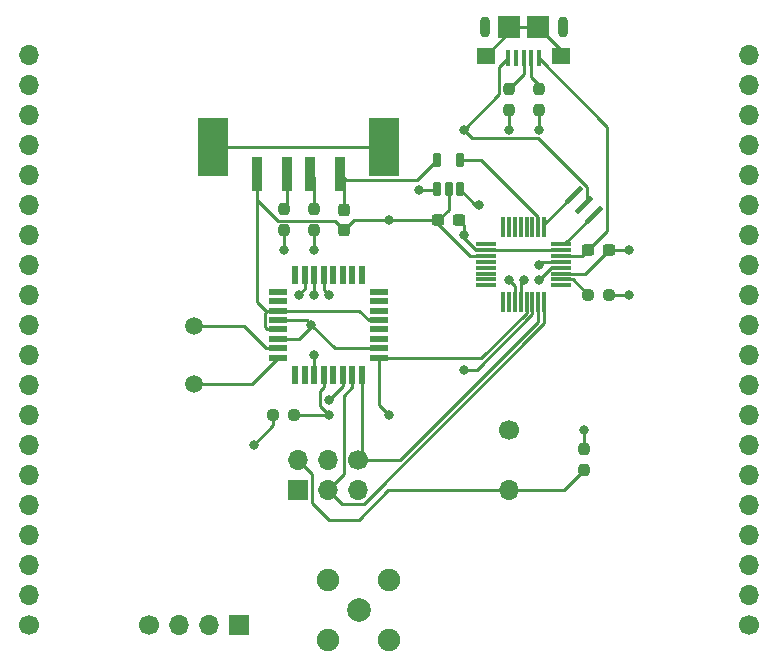
<source format=gbr>
%TF.GenerationSoftware,KiCad,Pcbnew,(6.0.5)*%
%TF.CreationDate,2022-09-12T21:51:21+10:00*%
%TF.ProjectId,shield,73686965-6c64-42e6-9b69-6361645f7063,rev?*%
%TF.SameCoordinates,Original*%
%TF.FileFunction,Copper,L1,Top*%
%TF.FilePolarity,Positive*%
%FSLAX46Y46*%
G04 Gerber Fmt 4.6, Leading zero omitted, Abs format (unit mm)*
G04 Created by KiCad (PCBNEW (6.0.5)) date 2022-09-12 21:51:21*
%MOMM*%
%LPD*%
G01*
G04 APERTURE LIST*
G04 Aperture macros list*
%AMRoundRect*
0 Rectangle with rounded corners*
0 $1 Rounding radius*
0 $2 $3 $4 $5 $6 $7 $8 $9 X,Y pos of 4 corners*
0 Add a 4 corners polygon primitive as box body*
4,1,4,$2,$3,$4,$5,$6,$7,$8,$9,$2,$3,0*
0 Add four circle primitives for the rounded corners*
1,1,$1+$1,$2,$3*
1,1,$1+$1,$4,$5*
1,1,$1+$1,$6,$7*
1,1,$1+$1,$8,$9*
0 Add four rect primitives between the rounded corners*
20,1,$1+$1,$2,$3,$4,$5,0*
20,1,$1+$1,$4,$5,$6,$7,0*
20,1,$1+$1,$6,$7,$8,$9,0*
20,1,$1+$1,$8,$9,$2,$3,0*%
%AMRotRect*
0 Rectangle, with rotation*
0 The origin of the aperture is its center*
0 $1 length*
0 $2 width*
0 $3 Rotation angle, in degrees counterclockwise*
0 Add horizontal line*
21,1,$1,$2,0,0,$3*%
G04 Aperture macros list end*
%TA.AperFunction,SMDPad,CuDef*%
%ADD10RotRect,0.400000X1.900000X135.000000*%
%TD*%
%TA.AperFunction,ComponentPad*%
%ADD11C,2.006600*%
%TD*%
%TA.AperFunction,ComponentPad*%
%ADD12C,1.905000*%
%TD*%
%TA.AperFunction,SMDPad,CuDef*%
%ADD13R,0.400000X1.350000*%
%TD*%
%TA.AperFunction,SMDPad,CuDef*%
%ADD14R,1.600000X1.400000*%
%TD*%
%TA.AperFunction,SMDPad,CuDef*%
%ADD15R,1.900000X1.900000*%
%TD*%
%TA.AperFunction,ComponentPad*%
%ADD16O,0.900000X1.800000*%
%TD*%
%TA.AperFunction,ComponentPad*%
%ADD17C,1.700000*%
%TD*%
%TA.AperFunction,ComponentPad*%
%ADD18O,1.700000X1.700000*%
%TD*%
%TA.AperFunction,ComponentPad*%
%ADD19R,1.700000X1.700000*%
%TD*%
%TA.AperFunction,SMDPad,CuDef*%
%ADD20RoundRect,0.237500X0.237500X-0.300000X0.237500X0.300000X-0.237500X0.300000X-0.237500X-0.300000X0*%
%TD*%
%TA.AperFunction,SMDPad,CuDef*%
%ADD21RoundRect,0.237500X-0.250000X-0.237500X0.250000X-0.237500X0.250000X0.237500X-0.250000X0.237500X0*%
%TD*%
%TA.AperFunction,SMDPad,CuDef*%
%ADD22R,1.600000X0.550000*%
%TD*%
%TA.AperFunction,SMDPad,CuDef*%
%ADD23R,0.550000X1.600000*%
%TD*%
%TA.AperFunction,SMDPad,CuDef*%
%ADD24RoundRect,0.237500X0.300000X0.237500X-0.300000X0.237500X-0.300000X-0.237500X0.300000X-0.237500X0*%
%TD*%
%TA.AperFunction,SMDPad,CuDef*%
%ADD25RoundRect,0.011200X-0.768800X-0.128800X0.768800X-0.128800X0.768800X0.128800X-0.768800X0.128800X0*%
%TD*%
%TA.AperFunction,SMDPad,CuDef*%
%ADD26RoundRect,0.011200X0.128800X-0.768800X0.128800X0.768800X-0.128800X0.768800X-0.128800X-0.768800X0*%
%TD*%
%TA.AperFunction,SMDPad,CuDef*%
%ADD27RoundRect,0.237500X0.237500X-0.250000X0.237500X0.250000X-0.237500X0.250000X-0.237500X-0.250000X0*%
%TD*%
%TA.AperFunction,SMDPad,CuDef*%
%ADD28RoundRect,0.237500X-0.237500X0.250000X-0.237500X-0.250000X0.237500X-0.250000X0.237500X0.250000X0*%
%TD*%
%TA.AperFunction,ComponentPad*%
%ADD29C,1.500000*%
%TD*%
%TA.AperFunction,SMDPad,CuDef*%
%ADD30RoundRect,0.090000X0.210000X-0.520000X0.210000X0.520000X-0.210000X0.520000X-0.210000X-0.520000X0*%
%TD*%
%TA.AperFunction,SMDPad,CuDef*%
%ADD31RoundRect,0.054000X0.396000X1.346000X-0.396000X1.346000X-0.396000X-1.346000X0.396000X-1.346000X0*%
%TD*%
%TA.AperFunction,SMDPad,CuDef*%
%ADD32R,2.500000X5.000000*%
%TD*%
%TA.AperFunction,ViaPad*%
%ADD33C,0.800000*%
%TD*%
%TA.AperFunction,Conductor*%
%ADD34C,0.250000*%
%TD*%
G04 APERTURE END LIST*
D10*
%TO.P,Y2,1*%
%TO.N,X1*%
X98638528Y-78318528D03*
%TO.P,Y2,2*%
%TO.N,GND*%
X97790000Y-77470000D03*
%TO.P,Y2,3*%
%TO.N,X0*%
X96941472Y-76621472D03*
%TD*%
D11*
%TO.P,J7,1,In*%
%TO.N,PIN_TRIG*%
X78740000Y-111760000D03*
D12*
%TO.P,J7,2,Ext*%
%TO.N,GND*%
X76187300Y-109207300D03*
%TO.P,J7,3*%
X76187300Y-114312700D03*
%TO.P,J7,4*%
X81292700Y-114312700D03*
%TO.P,J7,5*%
X81292700Y-109207300D03*
%TD*%
D13*
%TO.P,J4,1,VUSB*%
%TO.N,VBUS_COMP*%
X94010000Y-65082800D03*
%TO.P,J4,2,D-*%
%TO.N,Net-(J4-Pad2)*%
X93360000Y-65082800D03*
%TO.P,J4,3,D+*%
%TO.N,Net-(J4-Pad3)*%
X92710000Y-65082800D03*
%TO.P,J4,4,ID*%
%TO.N,unconnected-(J4-Pad4)*%
X92060000Y-65082800D03*
%TO.P,J4,5,GND*%
%TO.N,GND*%
X91410000Y-65082800D03*
D14*
%TO.P,J4,S1,SHIELD*%
%TO.N,Net-(J4-PadS1)*%
X95910000Y-64857800D03*
%TO.P,J4,S2,SHIELD*%
X89510000Y-64857800D03*
D15*
%TO.P,J4,S3,SHIELD*%
X91510000Y-62407800D03*
%TO.P,J4,S4,SHIELD*%
X93910000Y-62407800D03*
D16*
%TO.P,J4,S5,SHIELD*%
X96009993Y-62407800D03*
%TO.P,J4,S6,SHIELD*%
X89410000Y-62407800D03*
%TD*%
D17*
%TO.P,J3,1,MISO*%
%TO.N,H_MISO*%
X78724989Y-99054996D03*
D18*
%TO.P,J3,2,VCC*%
%TO.N,VCC*%
X78725000Y-101595000D03*
%TO.P,J3,3,SCK*%
%TO.N,H_SCK*%
X76185000Y-99055000D03*
%TO.P,J3,4,MOSI*%
%TO.N,H_MOSI*%
X76185000Y-101595000D03*
%TO.P,J3,5,~{RST}*%
%TO.N,AVR_RESET*%
X73645000Y-99055000D03*
D19*
%TO.P,J3,6,GND*%
%TO.N,GND*%
X73644989Y-101594996D03*
%TD*%
D20*
%TO.P,C2,1*%
%TO.N,GND*%
X77470000Y-79602500D03*
%TO.P,C2,2*%
%TO.N,VUSB*%
X77470000Y-77877500D03*
%TD*%
D21*
%TO.P,R1,1*%
%TO.N,VCC*%
X71477500Y-95250000D03*
%TO.P,R1,2*%
%TO.N,H_RESN*%
X73302500Y-95250000D03*
%TD*%
D22*
%TO.P,U1,1,PD3*%
%TO.N,unconnected-(U1-Pad1)*%
X71950000Y-84830000D03*
%TO.P,U1,2,PD4*%
%TO.N,unconnected-(U1-Pad2)*%
X71950000Y-85630000D03*
%TO.P,U1,3,GND*%
%TO.N,GND*%
X71950000Y-86430000D03*
%TO.P,U1,4,VCC*%
%TO.N,VCC*%
X71950000Y-87230000D03*
%TO.P,U1,5,GND*%
%TO.N,GND*%
X71950000Y-88030000D03*
%TO.P,U1,6,VCC*%
%TO.N,VCC*%
X71950000Y-88830000D03*
%TO.P,U1,7,XTAL1/PB6*%
%TO.N,Net-(U1-Pad7)*%
X71950000Y-89630000D03*
%TO.P,U1,8,XTAL2/PB7*%
%TO.N,Net-(U1-Pad8)*%
X71950000Y-90430000D03*
D23*
%TO.P,U1,9,PD5*%
%TO.N,unconnected-(U1-Pad9)*%
X73400000Y-91880000D03*
%TO.P,U1,10,PD6*%
%TO.N,unconnected-(U1-Pad10)*%
X74200000Y-91880000D03*
%TO.P,U1,11,PD7*%
%TO.N,PIN_TRIG*%
X75000000Y-91880000D03*
%TO.P,U1,12,PB0*%
%TO.N,H_RESN*%
X75800000Y-91880000D03*
%TO.P,U1,13,PB1*%
%TO.N,unconnected-(U1-Pad13)*%
X76600000Y-91880000D03*
%TO.P,U1,14,PB2*%
%TO.N,H_SS*%
X77400000Y-91880000D03*
%TO.P,U1,15,PB3*%
%TO.N,H_MOSI*%
X78200000Y-91880000D03*
%TO.P,U1,16,PB4*%
%TO.N,H_MISO*%
X79000000Y-91880000D03*
D22*
%TO.P,U1,17,PB5*%
%TO.N,H_SCK*%
X80450000Y-90430000D03*
%TO.P,U1,18,AVCC*%
%TO.N,VCC*%
X80450000Y-89630000D03*
%TO.P,U1,19,ADC6*%
%TO.N,unconnected-(U1-Pad19)*%
X80450000Y-88830000D03*
%TO.P,U1,20,AREF*%
%TO.N,unconnected-(U1-Pad20)*%
X80450000Y-88030000D03*
%TO.P,U1,21,GND*%
%TO.N,GND*%
X80450000Y-87230000D03*
%TO.P,U1,22,ADC7*%
%TO.N,unconnected-(U1-Pad22)*%
X80450000Y-86430000D03*
%TO.P,U1,23,PC0*%
%TO.N,unconnected-(U1-Pad23)*%
X80450000Y-85630000D03*
%TO.P,U1,24,PC1*%
%TO.N,unconnected-(U1-Pad24)*%
X80450000Y-84830000D03*
D23*
%TO.P,U1,25,PC2*%
%TO.N,unconnected-(U1-Pad25)*%
X79000000Y-83380000D03*
%TO.P,U1,26,PC3*%
%TO.N,unconnected-(U1-Pad26)*%
X78200000Y-83380000D03*
%TO.P,U1,27,PC4*%
%TO.N,unconnected-(U1-Pad27)*%
X77400000Y-83380000D03*
%TO.P,U1,28,PC5*%
%TO.N,unconnected-(U1-Pad28)*%
X76600000Y-83380000D03*
%TO.P,U1,29,~{RESET}/PC6*%
%TO.N,AVR_RESET*%
X75800000Y-83380000D03*
%TO.P,U1,30,PD0*%
%TO.N,RXD*%
X75000000Y-83380000D03*
%TO.P,U1,31,PD1*%
%TO.N,TXD*%
X74200000Y-83380000D03*
%TO.P,U1,32,PD2*%
%TO.N,unconnected-(U1-Pad32)*%
X73400000Y-83380000D03*
%TD*%
D17*
%TO.P,J1,1,Pin_1*%
%TO.N,GND*%
X50800000Y-113030000D03*
D18*
%TO.P,J1,2,Pin_2*%
%TO.N,3.3V*%
X50800000Y-110490000D03*
%TO.P,J1,3,Pin_3*%
%TO.N,unconnected-(J1-Pad3)*%
X50800000Y-107950000D03*
%TO.P,J1,4,Pin_4*%
%TO.N,unconnected-(J1-Pad4)*%
X50800000Y-105410000D03*
%TO.P,J1,5,Pin_5*%
%TO.N,unconnected-(J1-Pad5)*%
X50800000Y-102870000D03*
%TO.P,J1,6,Pin_6*%
%TO.N,unconnected-(J1-Pad6)*%
X50800000Y-100330000D03*
%TO.P,J1,7,Pin_7*%
%TO.N,unconnected-(J1-Pad7)*%
X50800000Y-97790000D03*
%TO.P,J1,8,Pin_8*%
%TO.N,unconnected-(J1-Pad8)*%
X50800000Y-95250000D03*
%TO.P,J1,9,Pin_9*%
%TO.N,unconnected-(J1-Pad9)*%
X50800000Y-92710000D03*
%TO.P,J1,10,Pin_10*%
%TO.N,unconnected-(J1-Pad10)*%
X50800000Y-90170000D03*
%TO.P,J1,11,Pin_11*%
%TO.N,unconnected-(J1-Pad11)*%
X50800000Y-87630000D03*
%TO.P,J1,12,Pin_12*%
%TO.N,unconnected-(J1-Pad12)*%
X50800000Y-85090000D03*
%TO.P,J1,13,Pin_13*%
%TO.N,unconnected-(J1-Pad13)*%
X50800000Y-82550000D03*
%TO.P,J1,14,Pin_14*%
%TO.N,unconnected-(J1-Pad14)*%
X50800000Y-80010000D03*
%TO.P,J1,15,Pin_15*%
%TO.N,unconnected-(J1-Pad15)*%
X50800000Y-77470000D03*
%TO.P,J1,16,Pin_16*%
%TO.N,unconnected-(J1-Pad16)*%
X50800000Y-74930000D03*
%TO.P,J1,17,Pin_17*%
%TO.N,unconnected-(J1-Pad17)*%
X50800000Y-72390000D03*
%TO.P,J1,18,Pin_18*%
%TO.N,unconnected-(J1-Pad18)*%
X50800000Y-69850000D03*
%TO.P,J1,19,Pin_19*%
%TO.N,unconnected-(J1-Pad19)*%
X50800000Y-67310000D03*
%TO.P,J1,20,Pin_20*%
%TO.N,unconnected-(J1-Pad20)*%
X50800000Y-64770000D03*
%TD*%
D24*
%TO.P,C1,1*%
%TO.N,VCC*%
X87222500Y-78740000D03*
%TO.P,C1,2*%
%TO.N,GND*%
X85497500Y-78740000D03*
%TD*%
D21*
%TO.P,R3,1*%
%TO.N,H_INT*%
X98147500Y-85090000D03*
%TO.P,R3,2*%
%TO.N,VCC*%
X99972500Y-85090000D03*
%TD*%
D25*
%TO.P,U3,1,GPIN7*%
%TO.N,unconnected-(U3-Pad1)*%
X89530000Y-80800000D03*
%TO.P,U3,2,VL*%
%TO.N,VCC*%
X89530000Y-81300000D03*
%TO.P,U3,3,GND*%
%TO.N,GND*%
X89530000Y-81800000D03*
%TO.P,U3,4,GPOUT0*%
%TO.N,unconnected-(U3-Pad4)*%
X89530000Y-82300000D03*
%TO.P,U3,5,GPOUT1*%
%TO.N,unconnected-(U3-Pad5)*%
X89530000Y-82800000D03*
%TO.P,U3,6,GPOUT2*%
%TO.N,unconnected-(U3-Pad6)*%
X89530000Y-83300000D03*
%TO.P,U3,7,GPOUT3*%
%TO.N,unconnected-(U3-Pad7)*%
X89530000Y-83800000D03*
%TO.P,U3,8,GPOUT4*%
%TO.N,unconnected-(U3-Pad8)*%
X89530000Y-84300000D03*
D26*
%TO.P,U3,9,GPOUT5*%
%TO.N,unconnected-(U3-Pad9)*%
X90960000Y-85730000D03*
%TO.P,U3,10,GPOUT6*%
%TO.N,unconnected-(U3-Pad10)*%
X91460000Y-85730000D03*
%TO.P,U3,11,GPOUT7*%
%TO.N,VUSB_ON*%
X91960000Y-85730000D03*
%TO.P,U3,12,~{RES}*%
%TO.N,H_RESN*%
X92460000Y-85730000D03*
%TO.P,U3,13,SCLK*%
%TO.N,H_SCK*%
X92960000Y-85730000D03*
%TO.P,U3,14,~{SS}*%
%TO.N,H_SS*%
X93460000Y-85730000D03*
%TO.P,U3,15,MISO*%
%TO.N,H_MISO*%
X93960000Y-85730000D03*
%TO.P,U3,16,MOSI*%
%TO.N,H_MOSI*%
X94460000Y-85730000D03*
D25*
%TO.P,U3,17,GPX*%
%TO.N,H_GPX*%
X95890000Y-84300000D03*
%TO.P,U3,18,INT*%
%TO.N,H_INT*%
X95890000Y-83800000D03*
%TO.P,U3,19,GND*%
%TO.N,GND*%
X95890000Y-83300000D03*
%TO.P,U3,20,D-*%
%TO.N,D_MINUS*%
X95890000Y-82800000D03*
%TO.P,U3,21,D+*%
%TO.N,D_PLUS*%
X95890000Y-82300000D03*
%TO.P,U3,22,VBCOMP*%
%TO.N,VBUS_COMP*%
X95890000Y-81800000D03*
%TO.P,U3,23,VCC*%
%TO.N,VCC*%
X95890000Y-81300000D03*
%TO.P,U3,24,XI*%
%TO.N,X1*%
X95890000Y-80800000D03*
D26*
%TO.P,U3,25,XO*%
%TO.N,X0*%
X94460000Y-79370000D03*
%TO.P,U3,26,GPIN0*%
%TO.N,FLAG*%
X93960000Y-79370000D03*
%TO.P,U3,27,GPIN1*%
%TO.N,unconnected-(U3-Pad27)*%
X93460000Y-79370000D03*
%TO.P,U3,28,GPIN2*%
%TO.N,unconnected-(U3-Pad28)*%
X92960000Y-79370000D03*
%TO.P,U3,29,GPIN3*%
%TO.N,unconnected-(U3-Pad29)*%
X92460000Y-79370000D03*
%TO.P,U3,30,GPIN4*%
%TO.N,unconnected-(U3-Pad30)*%
X91960000Y-79370000D03*
%TO.P,U3,31,GPIN5*%
%TO.N,unconnected-(U3-Pad31)*%
X91460000Y-79370000D03*
%TO.P,U3,32,GPIN6*%
%TO.N,unconnected-(U3-Pad32)*%
X90960000Y-79370000D03*
%TD*%
D17*
%TO.P,J2,1,Pin_1*%
%TO.N,GND*%
X111760003Y-113030000D03*
D18*
%TO.P,J2,2,Pin_2*%
%TO.N,5V*%
X111760000Y-110490000D03*
%TO.P,J2,3,Pin_3*%
%TO.N,unconnected-(J2-Pad3)*%
X111760000Y-107950000D03*
%TO.P,J2,4,Pin_4*%
%TO.N,unconnected-(J2-Pad4)*%
X111760000Y-105410000D03*
%TO.P,J2,5,Pin_5*%
%TO.N,unconnected-(J2-Pad5)*%
X111760000Y-102870000D03*
%TO.P,J2,6,Pin_6*%
%TO.N,unconnected-(J2-Pad6)*%
X111760000Y-100330000D03*
%TO.P,J2,7,Pin_7*%
%TO.N,unconnected-(J2-Pad7)*%
X111760000Y-97790000D03*
%TO.P,J2,8,Pin_8*%
%TO.N,unconnected-(J2-Pad8)*%
X111760000Y-95250000D03*
%TO.P,J2,9,Pin_9*%
%TO.N,unconnected-(J2-Pad9)*%
X111760000Y-92710000D03*
%TO.P,J2,10,Pin_10*%
%TO.N,unconnected-(J2-Pad10)*%
X111760000Y-90170000D03*
%TO.P,J2,11,Pin_11*%
%TO.N,unconnected-(J2-Pad11)*%
X111760000Y-87630000D03*
%TO.P,J2,12,Pin_12*%
%TO.N,unconnected-(J2-Pad12)*%
X111760000Y-85090000D03*
%TO.P,J2,13,Pin_13*%
%TO.N,unconnected-(J2-Pad13)*%
X111760000Y-82550000D03*
%TO.P,J2,14,Pin_14*%
%TO.N,unconnected-(J2-Pad14)*%
X111760000Y-80010000D03*
%TO.P,J2,15,Pin_15*%
%TO.N,unconnected-(J2-Pad15)*%
X111760000Y-77470000D03*
%TO.P,J2,16,Pin_16*%
%TO.N,unconnected-(J2-Pad16)*%
X111760000Y-74930000D03*
%TO.P,J2,17,Pin_17*%
%TO.N,unconnected-(J2-Pad17)*%
X111760000Y-72390000D03*
%TO.P,J2,18,Pin_18*%
%TO.N,unconnected-(J2-Pad18)*%
X111760000Y-69850000D03*
%TO.P,J2,19,Pin_19*%
%TO.N,unconnected-(J2-Pad19)*%
X111760000Y-67310000D03*
%TO.P,J2,20,Pin_20*%
%TO.N,unconnected-(J2-Pad20)*%
X111760000Y-64770000D03*
%TD*%
D27*
%TO.P,R4,1*%
%TO.N,D_MINUS*%
X74930000Y-79652500D03*
%TO.P,R4,2*%
%TO.N,Net-(J5-Pad02)*%
X74930000Y-77827500D03*
%TD*%
D17*
%TO.P,J6,1,Pin_1*%
%TO.N,VCC*%
X60970000Y-113030000D03*
D18*
%TO.P,J6,2,Pin_2*%
%TO.N,TXD*%
X63510000Y-113030000D03*
%TO.P,J6,3,Pin_3*%
%TO.N,RXD*%
X66050000Y-113030000D03*
D19*
%TO.P,J6,4,Pin_4*%
%TO.N,GND*%
X68590000Y-113030000D03*
%TD*%
D27*
%TO.P,R7,1*%
%TO.N,D_PLUS*%
X91440000Y-69492500D03*
%TO.P,R7,2*%
%TO.N,Net-(J4-Pad3)*%
X91440000Y-67667500D03*
%TD*%
D28*
%TO.P,R2,1*%
%TO.N,VCC*%
X97790000Y-98147500D03*
%TO.P,R2,2*%
%TO.N,AVR_RESET*%
X97790000Y-99972500D03*
%TD*%
D29*
%TO.P,Y1,1,1*%
%TO.N,Net-(U1-Pad8)*%
X64770000Y-92620000D03*
%TO.P,Y1,2,2*%
%TO.N,Net-(U1-Pad7)*%
X64770000Y-87740000D03*
%TD*%
D30*
%TO.P,U2,1,IN*%
%TO.N,5V*%
X85410000Y-76175000D03*
%TO.P,U2,2,GND*%
%TO.N,GND*%
X86360000Y-76175000D03*
%TO.P,U2,3,ON*%
%TO.N,VUSB_ON*%
X87310000Y-76175000D03*
%TO.P,U2,4,~{FLAG}*%
%TO.N,FLAG*%
X87310000Y-73685000D03*
%TO.P,U2,5,OUT*%
%TO.N,VUSB*%
X85410000Y-73685000D03*
%TD*%
D24*
%TO.P,C3,1*%
%TO.N,GND*%
X99922500Y-81280000D03*
%TO.P,C3,2*%
%TO.N,VBUS_COMP*%
X98197500Y-81280000D03*
%TD*%
D17*
%TO.P,SW1,1*%
%TO.N,GND*%
X91440000Y-96535000D03*
D18*
%TO.P,SW1,2*%
%TO.N,AVR_RESET*%
X91440000Y-101615000D03*
%TD*%
D27*
%TO.P,R6,1*%
%TO.N,D_MINUS*%
X93980000Y-69492500D03*
%TO.P,R6,2*%
%TO.N,Net-(J4-Pad2)*%
X93980000Y-67667500D03*
%TD*%
%TO.P,R5,1*%
%TO.N,D_PLUS*%
X72390000Y-79652500D03*
%TO.P,R5,2*%
%TO.N,Net-(J5-Pad03)*%
X72390000Y-77827500D03*
%TD*%
D31*
%TO.P,J5,01,VCC*%
%TO.N,VUSB*%
X77160000Y-74830000D03*
%TO.P,J5,02,D-*%
%TO.N,Net-(J5-Pad02)*%
X74660000Y-74830000D03*
%TO.P,J5,03,D+*%
%TO.N,Net-(J5-Pad03)*%
X72660000Y-74830000D03*
%TO.P,J5,04,GND*%
%TO.N,GND*%
X70160000Y-74830000D03*
D32*
%TO.P,J5,S1,SHIELD*%
%TO.N,Net-(J5-PadS1)*%
X80910000Y-72580000D03*
%TO.P,J5,S2,SHIELD*%
X66410000Y-72580000D03*
%TD*%
D33*
%TO.N,PIN_TRIG*%
X74930000Y-90170000D03*
%TO.N,GND*%
X87630000Y-71120000D03*
X81280000Y-78740000D03*
X101600000Y-81280000D03*
%TO.N,5V*%
X83820000Y-76200000D03*
%TO.N,D_MINUS*%
X93980000Y-71120000D03*
X74930000Y-81280000D03*
X93980000Y-83820000D03*
%TO.N,D_PLUS*%
X91440000Y-71120000D03*
X93980000Y-82550000D03*
X72390000Y-81280000D03*
%TO.N,VCC*%
X74737011Y-87630000D03*
X101600000Y-85090000D03*
X87630000Y-80010000D03*
X69850000Y-97790000D03*
X97790000Y-96520000D03*
%TO.N,H_RESN*%
X92710000Y-83820000D03*
X76200000Y-95250000D03*
%TO.N,H_SS*%
X76200000Y-93980000D03*
X87630000Y-91440000D03*
%TO.N,H_SCK*%
X81280000Y-95250000D03*
%TO.N,AVR_RESET*%
X76200000Y-85090000D03*
%TO.N,TXD*%
X73660000Y-85090000D03*
%TO.N,RXD*%
X74930000Y-85090000D03*
%TO.N,VUSB_ON*%
X88900000Y-77470000D03*
X91440000Y-83820000D03*
%TD*%
D34*
%TO.N,Net-(U1-Pad8)*%
X69760000Y-92620000D02*
X71950000Y-90430000D01*
X64770000Y-92620000D02*
X69760000Y-92620000D01*
%TO.N,Net-(U1-Pad7)*%
X70900000Y-89630000D02*
X71950000Y-89630000D01*
X64770000Y-87740000D02*
X69010000Y-87740000D01*
X69010000Y-87740000D02*
X70900000Y-89630000D01*
%TO.N,PIN_TRIG*%
X75000000Y-90240000D02*
X74930000Y-90170000D01*
X75000000Y-91880000D02*
X75000000Y-90240000D01*
%TO.N,VCC*%
X74337011Y-87230000D02*
X71950000Y-87230000D01*
X74737011Y-87630000D02*
X74337011Y-87230000D01*
X74737011Y-87822989D02*
X74102011Y-88457989D01*
X76737011Y-89630000D02*
X80450000Y-89630000D01*
X74737011Y-87630000D02*
X76737011Y-89630000D01*
X74737011Y-87630000D02*
X74737011Y-87822989D01*
%TO.N,GND*%
X98079165Y-77180835D02*
X98079165Y-75956721D01*
X85497500Y-78740000D02*
X86360000Y-77877500D01*
X70160000Y-77080776D02*
X71919704Y-78840480D01*
X85090000Y-78740000D02*
X81280000Y-78740000D01*
X93966955Y-71844511D02*
X88354511Y-71844511D01*
X71950000Y-88030000D02*
X71025978Y-88030000D01*
X71025978Y-88030000D02*
X70825489Y-87829511D01*
X71950000Y-86430000D02*
X70900000Y-86430000D01*
X70825489Y-87829511D02*
X70825489Y-86630489D01*
X91410000Y-65082800D02*
X90640480Y-65852320D01*
X97790000Y-77470000D02*
X98079165Y-77180835D01*
X89530000Y-81800000D02*
X88150000Y-81800000D01*
X70160000Y-85690000D02*
X70160000Y-74830000D01*
X70160000Y-74830000D02*
X70160000Y-77080776D01*
X78810000Y-86430000D02*
X79610000Y-87230000D01*
X95890000Y-83300000D02*
X97902500Y-83300000D01*
X86360000Y-77877500D02*
X86360000Y-76175000D01*
X99922500Y-81280000D02*
X101600000Y-81280000D01*
X76707980Y-78840480D02*
X77470000Y-79602500D01*
X81280000Y-78740000D02*
X78332500Y-78740000D01*
X78332500Y-78740000D02*
X77470000Y-79602500D01*
X85497500Y-78740000D02*
X85090000Y-78740000D01*
X88395386Y-81800000D02*
X89530000Y-81800000D01*
X88150000Y-81800000D02*
X85090000Y-78740000D01*
X98079165Y-75956721D02*
X93966955Y-71844511D01*
X71950000Y-86430000D02*
X78810000Y-86430000D01*
X97902500Y-83300000D02*
X99922500Y-81280000D01*
X71919704Y-78840480D02*
X76707980Y-78840480D01*
X90640480Y-68109520D02*
X87630000Y-71120000D01*
X71025978Y-86430000D02*
X71950000Y-86430000D01*
X90640480Y-65852320D02*
X90640480Y-68109520D01*
X79610000Y-87230000D02*
X80450000Y-87230000D01*
X88354511Y-71844511D02*
X87630000Y-71120000D01*
X70825489Y-86630489D02*
X71025978Y-86430000D01*
X70900000Y-86430000D02*
X70160000Y-85690000D01*
%TO.N,5V*%
X83820000Y-76200000D02*
X85385000Y-76200000D01*
X85385000Y-76200000D02*
X85410000Y-76175000D01*
%TO.N,VBUS_COMP*%
X95890000Y-81800000D02*
X97677500Y-81800000D01*
X99776221Y-70849021D02*
X94010000Y-65082800D01*
X99776221Y-79701279D02*
X99776221Y-70849021D01*
X97677500Y-81800000D02*
X98197500Y-81280000D01*
X98197500Y-81280000D02*
X99776221Y-79701279D01*
%TO.N,Net-(J4-Pad2)*%
X93980000Y-67310000D02*
X93360000Y-66690000D01*
X93980000Y-67667500D02*
X93980000Y-67310000D01*
X93360000Y-66690000D02*
X93360000Y-65082800D01*
%TO.N,Net-(J4-Pad3)*%
X92710000Y-66397500D02*
X91440000Y-67667500D01*
X92710000Y-65082800D02*
X92710000Y-66397500D01*
%TO.N,Net-(J4-PadS1)*%
X95910000Y-64857800D02*
X95910000Y-64407800D01*
X95910000Y-64407800D02*
X93910000Y-62407800D01*
X91510000Y-62407800D02*
X93910000Y-62407800D01*
X91510000Y-62857800D02*
X91510000Y-62407800D01*
X89510000Y-64857800D02*
X91510000Y-62857800D01*
%TO.N,VUSB*%
X77470000Y-75140000D02*
X77160000Y-74830000D01*
X77734511Y-75404511D02*
X77160000Y-74830000D01*
X77470000Y-77877500D02*
X77470000Y-75140000D01*
X83690489Y-75404511D02*
X77734511Y-75404511D01*
X85410000Y-73685000D02*
X83690489Y-75404511D01*
%TO.N,Net-(J5-Pad02)*%
X74930000Y-77827500D02*
X74930000Y-75100000D01*
X74930000Y-75100000D02*
X74660000Y-74830000D01*
%TO.N,Net-(J5-Pad03)*%
X72390000Y-77827500D02*
X72660000Y-77557500D01*
X72660000Y-77557500D02*
X72660000Y-74830000D01*
%TO.N,Net-(J5-PadS1)*%
X80910000Y-72580000D02*
X66410000Y-72580000D01*
%TO.N,D_MINUS*%
X95000000Y-82800000D02*
X93980000Y-83820000D01*
X93980000Y-71120000D02*
X93980000Y-69492500D01*
X74930000Y-81280000D02*
X74930000Y-79652500D01*
X95890000Y-82800000D02*
X95000000Y-82800000D01*
%TO.N,D_PLUS*%
X94230000Y-82300000D02*
X93980000Y-82550000D01*
X95890000Y-82300000D02*
X94230000Y-82300000D01*
X91440000Y-71120000D02*
X91440000Y-69492500D01*
X72390000Y-81280000D02*
X72390000Y-79652500D01*
%TO.N,VCC*%
X97790000Y-98147500D02*
X97790000Y-96520000D01*
X73730000Y-88830000D02*
X74102011Y-88457989D01*
X87630000Y-80272379D02*
X87630000Y-80010000D01*
X71477500Y-95250000D02*
X71477500Y-96162500D01*
X71950000Y-88830000D02*
X73730000Y-88830000D01*
X87630000Y-80010000D02*
X87630000Y-79147500D01*
X88657621Y-81300000D02*
X87630000Y-80272379D01*
X89530000Y-81300000D02*
X88657621Y-81300000D01*
X87630000Y-79147500D02*
X87222500Y-78740000D01*
X101600000Y-85090000D02*
X99972500Y-85090000D01*
X71477500Y-96162500D02*
X69850000Y-97790000D01*
X89530000Y-81300000D02*
X95890000Y-81300000D01*
%TO.N,H_RESN*%
X75800000Y-92910489D02*
X75800000Y-91880000D01*
X92460000Y-85730000D02*
X92460000Y-84070000D01*
X76200000Y-95250000D02*
X73302500Y-95250000D01*
X92460000Y-84070000D02*
X92710000Y-83820000D01*
X75475489Y-94525489D02*
X75475489Y-93235000D01*
X76200000Y-95250000D02*
X75475489Y-94525489D01*
X75475489Y-93235000D02*
X75800000Y-92910489D01*
%TO.N,H_SS*%
X88758096Y-91440000D02*
X93460000Y-86738096D01*
X93460000Y-86738096D02*
X93460000Y-85730000D01*
X77400000Y-92780000D02*
X76200000Y-93980000D01*
X77400000Y-91880000D02*
X77400000Y-92780000D01*
X87630000Y-91440000D02*
X88758096Y-91440000D01*
%TO.N,H_MOSI*%
X77359511Y-102769511D02*
X76185000Y-101595000D01*
X94460000Y-85730000D02*
X94460000Y-87521010D01*
X77470000Y-100310000D02*
X76185000Y-101595000D01*
X79211499Y-102769511D02*
X77359511Y-102769511D01*
X77470000Y-93660000D02*
X77470000Y-100310000D01*
X78200000Y-91880000D02*
X78200000Y-92930000D01*
X94460000Y-87521010D02*
X79211499Y-102769511D01*
X78200000Y-92930000D02*
X77470000Y-93660000D01*
%TO.N,H_MISO*%
X78724989Y-99054996D02*
X79000000Y-98779985D01*
X93960000Y-85730000D02*
X93960000Y-87385292D01*
X82290296Y-99054996D02*
X78724989Y-99054996D01*
X79000000Y-98779985D02*
X79000000Y-91880000D01*
X93960000Y-87385292D02*
X82290296Y-99054996D01*
%TO.N,H_SCK*%
X80450000Y-90430000D02*
X80450000Y-94420000D01*
X92960000Y-86602379D02*
X92960000Y-85730000D01*
X89132385Y-90429994D02*
X92960012Y-86602367D01*
X80450000Y-90430000D02*
X89132379Y-90430000D01*
X80450000Y-94420000D02*
X81280000Y-95250000D01*
%TO.N,AVR_RESET*%
X78740000Y-104140000D02*
X81265000Y-101615000D01*
X91440000Y-101615000D02*
X96147500Y-101615000D01*
X81265000Y-101615000D02*
X91440000Y-101615000D01*
X74819500Y-102759500D02*
X76200000Y-104140000D01*
X74819500Y-100229500D02*
X74819500Y-102759500D01*
X75800000Y-84690000D02*
X75800000Y-83380000D01*
X76200000Y-85090000D02*
X75800000Y-84690000D01*
X73645000Y-99055000D02*
X74819500Y-100229500D01*
X96147500Y-101615000D02*
X97790000Y-99972500D01*
X76200000Y-104140000D02*
X78740000Y-104140000D01*
%TO.N,TXD*%
X74200000Y-83380000D02*
X74200000Y-84550000D01*
X74200000Y-84550000D02*
X73660000Y-85090000D01*
%TO.N,RXD*%
X74930000Y-85090000D02*
X74930000Y-83450000D01*
X74930000Y-83450000D02*
X75000000Y-83380000D01*
%TO.N,VUSB_ON*%
X91960000Y-84340000D02*
X91440000Y-83820000D01*
X91960000Y-85730000D02*
X91960000Y-84340000D01*
X88605000Y-77470000D02*
X87310000Y-76175000D01*
X88900000Y-77470000D02*
X88605000Y-77470000D01*
%TO.N,FLAG*%
X93960000Y-79370000D02*
X93960000Y-78497621D01*
X89147379Y-73685000D02*
X87310000Y-73685000D01*
X93960000Y-78497621D02*
X89147379Y-73685000D01*
%TO.N,H_INT*%
X95890000Y-83800000D02*
X96857500Y-83800000D01*
X96857500Y-83800000D02*
X98147500Y-85090000D01*
%TO.N,X1*%
X95890000Y-80800000D02*
X96157056Y-80800000D01*
X96157056Y-80800000D02*
X98638528Y-78318528D01*
%TO.N,X0*%
X94460000Y-79370000D02*
X94460000Y-79102944D01*
X94460000Y-79102944D02*
X96941472Y-76621472D01*
%TD*%
M02*

</source>
